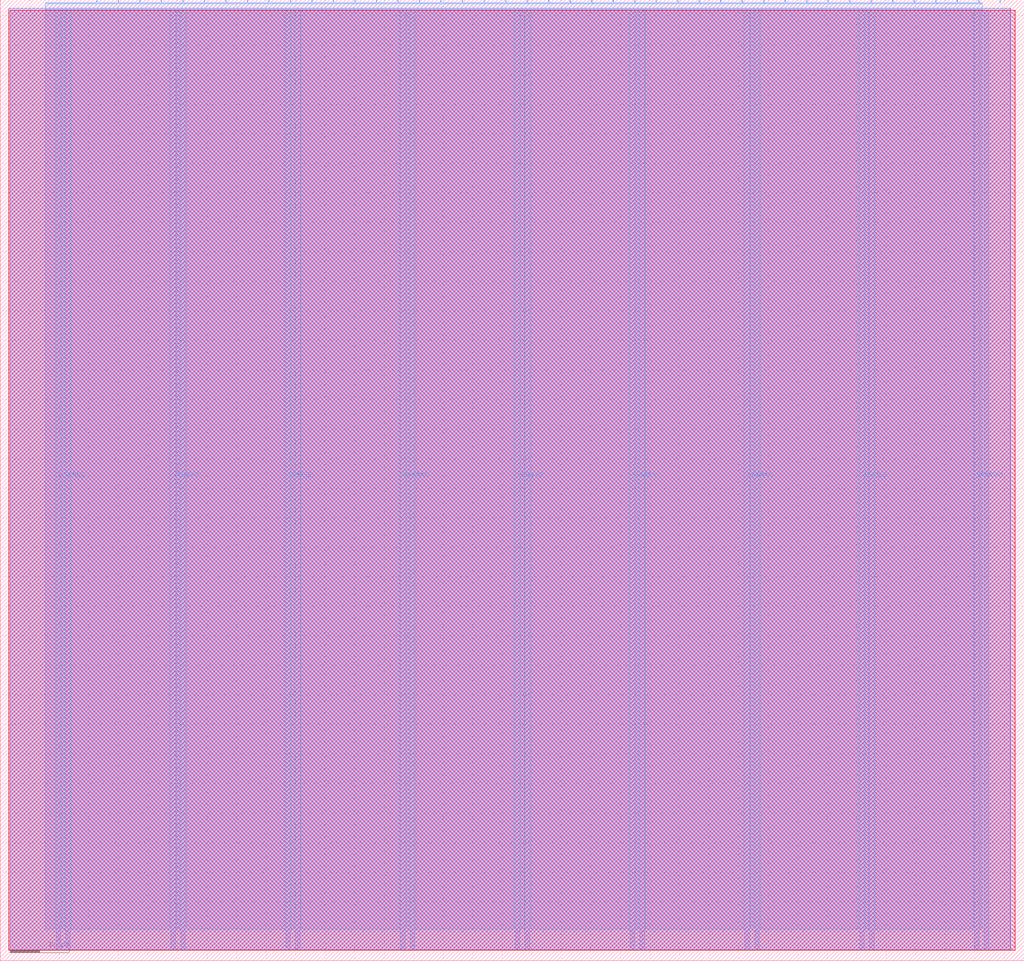
<source format=lef>
VERSION 5.7 ;
  NOWIREEXTENSIONATPIN ON ;
  DIVIDERCHAR "/" ;
  BUSBITCHARS "[]" ;
MACRO tt_um_htfab_caterpillar
  CLASS BLOCK ;
  FOREIGN tt_um_htfab_caterpillar ;
  ORIGIN 0.000 0.000 ;
  SIZE 346.640 BY 325.360 ;
  PIN VGND
    DIRECTION INOUT ;
    USE GROUND ;
    PORT
      LAYER Metal4 ;
        RECT 22.180 3.620 23.780 321.740 ;
    END
    PORT
      LAYER Metal4 ;
        RECT 61.050 3.620 62.650 321.740 ;
    END
    PORT
      LAYER Metal4 ;
        RECT 99.920 3.620 101.520 321.740 ;
    END
    PORT
      LAYER Metal4 ;
        RECT 138.790 3.620 140.390 321.740 ;
    END
    PORT
      LAYER Metal4 ;
        RECT 177.660 3.620 179.260 321.740 ;
    END
    PORT
      LAYER Metal4 ;
        RECT 216.530 3.620 218.130 321.740 ;
    END
    PORT
      LAYER Metal4 ;
        RECT 255.400 3.620 257.000 321.740 ;
    END
    PORT
      LAYER Metal4 ;
        RECT 294.270 3.620 295.870 321.740 ;
    END
    PORT
      LAYER Metal4 ;
        RECT 333.140 3.620 334.740 321.740 ;
    END
  END VGND
  PIN VPWR
    DIRECTION INOUT ;
    USE POWER ;
    PORT
      LAYER Metal4 ;
        RECT 18.880 3.620 20.480 321.740 ;
    END
    PORT
      LAYER Metal4 ;
        RECT 57.750 3.620 59.350 321.740 ;
    END
    PORT
      LAYER Metal4 ;
        RECT 96.620 3.620 98.220 321.740 ;
    END
    PORT
      LAYER Metal4 ;
        RECT 135.490 3.620 137.090 321.740 ;
    END
    PORT
      LAYER Metal4 ;
        RECT 174.360 3.620 175.960 321.740 ;
    END
    PORT
      LAYER Metal4 ;
        RECT 213.230 3.620 214.830 321.740 ;
    END
    PORT
      LAYER Metal4 ;
        RECT 252.100 3.620 253.700 321.740 ;
    END
    PORT
      LAYER Metal4 ;
        RECT 290.970 3.620 292.570 321.740 ;
    END
    PORT
      LAYER Metal4 ;
        RECT 329.840 3.620 331.440 321.740 ;
    END
  END VPWR
  PIN clk
    DIRECTION INPUT ;
    USE SIGNAL ;
    ANTENNAGATEAREA 4.738000 ;
    PORT
      LAYER Metal4 ;
        RECT 331.090 324.360 331.390 325.360 ;
    END
  END clk
  PIN ena
    DIRECTION INPUT ;
    USE SIGNAL ;
    PORT
      LAYER Metal4 ;
        RECT 338.370 324.360 338.670 325.360 ;
    END
  END ena
  PIN rst_n
    DIRECTION INPUT ;
    USE SIGNAL ;
    ANTENNAGATEAREA 0.396000 ;
    PORT
      LAYER Metal4 ;
        RECT 323.810 324.360 324.110 325.360 ;
    END
  END rst_n
  PIN ui_in[0]
    DIRECTION INPUT ;
    USE SIGNAL ;
    ANTENNAGATEAREA 0.741000 ;
    PORT
      LAYER Metal4 ;
        RECT 316.530 324.360 316.830 325.360 ;
    END
  END ui_in[0]
  PIN ui_in[1]
    DIRECTION INPUT ;
    USE SIGNAL ;
    ANTENNAGATEAREA 0.741000 ;
    PORT
      LAYER Metal4 ;
        RECT 309.250 324.360 309.550 325.360 ;
    END
  END ui_in[1]
  PIN ui_in[2]
    DIRECTION INPUT ;
    USE SIGNAL ;
    ANTENNAGATEAREA 0.498500 ;
    PORT
      LAYER Metal4 ;
        RECT 301.970 324.360 302.270 325.360 ;
    END
  END ui_in[2]
  PIN ui_in[3]
    DIRECTION INPUT ;
    USE SIGNAL ;
    ANTENNAGATEAREA 0.741000 ;
    PORT
      LAYER Metal4 ;
        RECT 294.690 324.360 294.990 325.360 ;
    END
  END ui_in[3]
  PIN ui_in[4]
    DIRECTION INPUT ;
    USE SIGNAL ;
    ANTENNAGATEAREA 1.102000 ;
    PORT
      LAYER Metal4 ;
        RECT 287.410 324.360 287.710 325.360 ;
    END
  END ui_in[4]
  PIN ui_in[5]
    DIRECTION INPUT ;
    USE SIGNAL ;
    PORT
      LAYER Metal4 ;
        RECT 280.130 324.360 280.430 325.360 ;
    END
  END ui_in[5]
  PIN ui_in[6]
    DIRECTION INPUT ;
    USE SIGNAL ;
    PORT
      LAYER Metal4 ;
        RECT 272.850 324.360 273.150 325.360 ;
    END
  END ui_in[6]
  PIN ui_in[7]
    DIRECTION INPUT ;
    USE SIGNAL ;
    PORT
      LAYER Metal4 ;
        RECT 265.570 324.360 265.870 325.360 ;
    END
  END ui_in[7]
  PIN uio_in[0]
    DIRECTION INPUT ;
    USE SIGNAL ;
    PORT
      LAYER Metal4 ;
        RECT 258.290 324.360 258.590 325.360 ;
    END
  END uio_in[0]
  PIN uio_in[1]
    DIRECTION INPUT ;
    USE SIGNAL ;
    PORT
      LAYER Metal4 ;
        RECT 251.010 324.360 251.310 325.360 ;
    END
  END uio_in[1]
  PIN uio_in[2]
    DIRECTION INPUT ;
    USE SIGNAL ;
    PORT
      LAYER Metal4 ;
        RECT 243.730 324.360 244.030 325.360 ;
    END
  END uio_in[2]
  PIN uio_in[3]
    DIRECTION INPUT ;
    USE SIGNAL ;
    PORT
      LAYER Metal4 ;
        RECT 236.450 324.360 236.750 325.360 ;
    END
  END uio_in[3]
  PIN uio_in[4]
    DIRECTION INPUT ;
    USE SIGNAL ;
    PORT
      LAYER Metal4 ;
        RECT 229.170 324.360 229.470 325.360 ;
    END
  END uio_in[4]
  PIN uio_in[5]
    DIRECTION INPUT ;
    USE SIGNAL ;
    PORT
      LAYER Metal4 ;
        RECT 221.890 324.360 222.190 325.360 ;
    END
  END uio_in[5]
  PIN uio_in[6]
    DIRECTION INPUT ;
    USE SIGNAL ;
    PORT
      LAYER Metal4 ;
        RECT 214.610 324.360 214.910 325.360 ;
    END
  END uio_in[6]
  PIN uio_in[7]
    DIRECTION INPUT ;
    USE SIGNAL ;
    PORT
      LAYER Metal4 ;
        RECT 207.330 324.360 207.630 325.360 ;
    END
  END uio_in[7]
  PIN uio_oe[0]
    DIRECTION OUTPUT ;
    USE SIGNAL ;
    ANTENNADIFFAREA 0.536800 ;
    PORT
      LAYER Metal4 ;
        RECT 83.570 324.360 83.870 325.360 ;
    END
  END uio_oe[0]
  PIN uio_oe[1]
    DIRECTION OUTPUT ;
    USE SIGNAL ;
    ANTENNADIFFAREA 0.536800 ;
    PORT
      LAYER Metal4 ;
        RECT 76.290 324.360 76.590 325.360 ;
    END
  END uio_oe[1]
  PIN uio_oe[2]
    DIRECTION OUTPUT ;
    USE SIGNAL ;
    ANTENNADIFFAREA 0.536800 ;
    PORT
      LAYER Metal4 ;
        RECT 69.010 324.360 69.310 325.360 ;
    END
  END uio_oe[2]
  PIN uio_oe[3]
    DIRECTION OUTPUT ;
    USE SIGNAL ;
    ANTENNADIFFAREA 0.536800 ;
    PORT
      LAYER Metal4 ;
        RECT 61.730 324.360 62.030 325.360 ;
    END
  END uio_oe[3]
  PIN uio_oe[4]
    DIRECTION OUTPUT ;
    USE SIGNAL ;
    ANTENNADIFFAREA 0.536800 ;
    PORT
      LAYER Metal4 ;
        RECT 54.450 324.360 54.750 325.360 ;
    END
  END uio_oe[4]
  PIN uio_oe[5]
    DIRECTION OUTPUT ;
    USE SIGNAL ;
    ANTENNADIFFAREA 0.536800 ;
    PORT
      LAYER Metal4 ;
        RECT 47.170 324.360 47.470 325.360 ;
    END
  END uio_oe[5]
  PIN uio_oe[6]
    DIRECTION OUTPUT ;
    USE SIGNAL ;
    ANTENNADIFFAREA 0.536800 ;
    PORT
      LAYER Metal4 ;
        RECT 39.890 324.360 40.190 325.360 ;
    END
  END uio_oe[6]
  PIN uio_oe[7]
    DIRECTION OUTPUT ;
    USE SIGNAL ;
    ANTENNADIFFAREA 0.536800 ;
    PORT
      LAYER Metal4 ;
        RECT 32.610 324.360 32.910 325.360 ;
    END
  END uio_oe[7]
  PIN uio_out[0]
    DIRECTION OUTPUT ;
    USE SIGNAL ;
    ANTENNADIFFAREA 2.243600 ;
    PORT
      LAYER Metal4 ;
        RECT 141.810 324.360 142.110 325.360 ;
    END
  END uio_out[0]
  PIN uio_out[1]
    DIRECTION OUTPUT ;
    USE SIGNAL ;
    ANTENNADIFFAREA 2.243600 ;
    PORT
      LAYER Metal4 ;
        RECT 134.530 324.360 134.830 325.360 ;
    END
  END uio_out[1]
  PIN uio_out[2]
    DIRECTION OUTPUT ;
    USE SIGNAL ;
    ANTENNADIFFAREA 2.243600 ;
    PORT
      LAYER Metal4 ;
        RECT 127.250 324.360 127.550 325.360 ;
    END
  END uio_out[2]
  PIN uio_out[3]
    DIRECTION OUTPUT ;
    USE SIGNAL ;
    ANTENNADIFFAREA 2.243600 ;
    PORT
      LAYER Metal4 ;
        RECT 119.970 324.360 120.270 325.360 ;
    END
  END uio_out[3]
  PIN uio_out[4]
    DIRECTION OUTPUT ;
    USE SIGNAL ;
    ANTENNADIFFAREA 2.243600 ;
    PORT
      LAYER Metal4 ;
        RECT 112.690 324.360 112.990 325.360 ;
    END
  END uio_out[4]
  PIN uio_out[5]
    DIRECTION OUTPUT ;
    USE SIGNAL ;
    ANTENNADIFFAREA 2.243600 ;
    PORT
      LAYER Metal4 ;
        RECT 105.410 324.360 105.710 325.360 ;
    END
  END uio_out[5]
  PIN uio_out[6]
    DIRECTION OUTPUT ;
    USE SIGNAL ;
    ANTENNADIFFAREA 2.243600 ;
    PORT
      LAYER Metal4 ;
        RECT 98.130 324.360 98.430 325.360 ;
    END
  END uio_out[6]
  PIN uio_out[7]
    DIRECTION OUTPUT ;
    USE SIGNAL ;
    ANTENNADIFFAREA 0.360800 ;
    PORT
      LAYER Metal4 ;
        RECT 90.850 324.360 91.150 325.360 ;
    END
  END uio_out[7]
  PIN uo_out[0]
    DIRECTION OUTPUT ;
    USE SIGNAL ;
    ANTENNAGATEAREA 3.258500 ;
    ANTENNADIFFAREA 2.604400 ;
    PORT
      LAYER Metal4 ;
        RECT 200.050 324.360 200.350 325.360 ;
    END
  END uo_out[0]
  PIN uo_out[1]
    DIRECTION OUTPUT ;
    USE SIGNAL ;
    ANTENNAGATEAREA 3.301000 ;
    ANTENNADIFFAREA 2.604400 ;
    PORT
      LAYER Metal4 ;
        RECT 192.770 324.360 193.070 325.360 ;
    END
  END uo_out[1]
  PIN uo_out[2]
    DIRECTION OUTPUT ;
    USE SIGNAL ;
    ANTENNAGATEAREA 3.301000 ;
    ANTENNADIFFAREA 2.604400 ;
    PORT
      LAYER Metal4 ;
        RECT 185.490 324.360 185.790 325.360 ;
    END
  END uo_out[2]
  PIN uo_out[3]
    DIRECTION OUTPUT ;
    USE SIGNAL ;
    ANTENNAGATEAREA 3.301000 ;
    ANTENNADIFFAREA 2.604400 ;
    PORT
      LAYER Metal4 ;
        RECT 178.210 324.360 178.510 325.360 ;
    END
  END uo_out[3]
  PIN uo_out[4]
    DIRECTION OUTPUT ;
    USE SIGNAL ;
    ANTENNADIFFAREA 1.986000 ;
    PORT
      LAYER Metal4 ;
        RECT 170.930 324.360 171.230 325.360 ;
    END
  END uo_out[4]
  PIN uo_out[5]
    DIRECTION OUTPUT ;
    USE SIGNAL ;
    ANTENNADIFFAREA 2.243600 ;
    PORT
      LAYER Metal4 ;
        RECT 163.650 324.360 163.950 325.360 ;
    END
  END uo_out[5]
  PIN uo_out[6]
    DIRECTION OUTPUT ;
    USE SIGNAL ;
    ANTENNADIFFAREA 2.243600 ;
    PORT
      LAYER Metal4 ;
        RECT 156.370 324.360 156.670 325.360 ;
    END
  END uo_out[6]
  PIN uo_out[7]
    DIRECTION OUTPUT ;
    USE SIGNAL ;
    ANTENNADIFFAREA 0.360800 ;
    PORT
      LAYER Metal4 ;
        RECT 149.090 324.360 149.390 325.360 ;
    END
  END uo_out[7]
  OBS
      LAYER Nwell ;
        RECT 2.930 3.490 343.710 321.870 ;
      LAYER Metal1 ;
        RECT 3.360 3.620 343.280 321.740 ;
      LAYER Metal2 ;
        RECT 2.940 3.730 342.020 322.470 ;
      LAYER Metal3 ;
        RECT 2.890 3.780 342.070 322.420 ;
      LAYER Metal4 ;
        RECT 15.260 324.060 32.310 324.360 ;
        RECT 33.210 324.060 39.590 324.360 ;
        RECT 40.490 324.060 46.870 324.360 ;
        RECT 47.770 324.060 54.150 324.360 ;
        RECT 55.050 324.060 61.430 324.360 ;
        RECT 62.330 324.060 68.710 324.360 ;
        RECT 69.610 324.060 75.990 324.360 ;
        RECT 76.890 324.060 83.270 324.360 ;
        RECT 84.170 324.060 90.550 324.360 ;
        RECT 91.450 324.060 97.830 324.360 ;
        RECT 98.730 324.060 105.110 324.360 ;
        RECT 106.010 324.060 112.390 324.360 ;
        RECT 113.290 324.060 119.670 324.360 ;
        RECT 120.570 324.060 126.950 324.360 ;
        RECT 127.850 324.060 134.230 324.360 ;
        RECT 135.130 324.060 141.510 324.360 ;
        RECT 142.410 324.060 148.790 324.360 ;
        RECT 149.690 324.060 156.070 324.360 ;
        RECT 156.970 324.060 163.350 324.360 ;
        RECT 164.250 324.060 170.630 324.360 ;
        RECT 171.530 324.060 177.910 324.360 ;
        RECT 178.810 324.060 185.190 324.360 ;
        RECT 186.090 324.060 192.470 324.360 ;
        RECT 193.370 324.060 199.750 324.360 ;
        RECT 200.650 324.060 207.030 324.360 ;
        RECT 207.930 324.060 214.310 324.360 ;
        RECT 215.210 324.060 221.590 324.360 ;
        RECT 222.490 324.060 228.870 324.360 ;
        RECT 229.770 324.060 236.150 324.360 ;
        RECT 237.050 324.060 243.430 324.360 ;
        RECT 244.330 324.060 250.710 324.360 ;
        RECT 251.610 324.060 257.990 324.360 ;
        RECT 258.890 324.060 265.270 324.360 ;
        RECT 266.170 324.060 272.550 324.360 ;
        RECT 273.450 324.060 279.830 324.360 ;
        RECT 280.730 324.060 287.110 324.360 ;
        RECT 288.010 324.060 294.390 324.360 ;
        RECT 295.290 324.060 301.670 324.360 ;
        RECT 302.570 324.060 308.950 324.360 ;
        RECT 309.850 324.060 316.230 324.360 ;
        RECT 317.130 324.060 323.510 324.360 ;
        RECT 324.410 324.060 330.790 324.360 ;
        RECT 331.690 324.060 332.500 324.360 ;
        RECT 15.260 322.040 332.500 324.060 ;
        RECT 15.260 10.730 18.580 322.040 ;
        RECT 20.780 10.730 21.880 322.040 ;
        RECT 24.080 10.730 57.450 322.040 ;
        RECT 59.650 10.730 60.750 322.040 ;
        RECT 62.950 10.730 96.320 322.040 ;
        RECT 98.520 10.730 99.620 322.040 ;
        RECT 101.820 10.730 135.190 322.040 ;
        RECT 137.390 10.730 138.490 322.040 ;
        RECT 140.690 10.730 174.060 322.040 ;
        RECT 176.260 10.730 177.360 322.040 ;
        RECT 179.560 10.730 212.930 322.040 ;
        RECT 215.130 10.730 216.230 322.040 ;
        RECT 218.430 10.730 251.800 322.040 ;
        RECT 254.000 10.730 255.100 322.040 ;
        RECT 257.300 10.730 290.670 322.040 ;
        RECT 292.870 10.730 293.970 322.040 ;
        RECT 296.170 10.730 329.540 322.040 ;
        RECT 331.740 10.730 332.500 322.040 ;
  END
END tt_um_htfab_caterpillar
END LIBRARY


</source>
